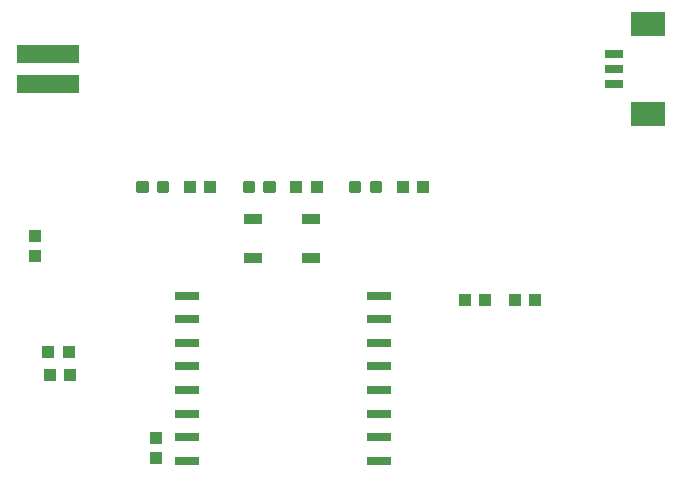
<source format=gbr>
G04 EAGLE Gerber RS-274X export*
G75*
%MOMM*%
%FSLAX34Y34*%
%LPD*%
%INSolderpaste Bottom*%
%IPPOS*%
%AMOC8*
5,1,8,0,0,1.08239X$1,22.5*%
G01*
%ADD10R,1.100000X1.000000*%
%ADD11C,0.300000*%
%ADD12R,1.500000X0.900000*%
%ADD13R,2.000000X0.800000*%
%ADD14R,1.000000X1.100000*%
%ADD15R,5.330000X1.650000*%
%ADD16R,3.000000X2.100000*%
%ADD17R,1.600000X0.800000*%


D10*
X111500Y280000D03*
X128500Y280000D03*
X201500Y280000D03*
X218500Y280000D03*
D11*
X92270Y283500D02*
X92270Y276500D01*
X85270Y276500D01*
X85270Y283500D01*
X92270Y283500D01*
X92270Y279350D02*
X85270Y279350D01*
X85270Y282200D02*
X92270Y282200D01*
X74730Y283500D02*
X74730Y276500D01*
X67730Y276500D01*
X67730Y283500D01*
X74730Y283500D01*
X74730Y279350D02*
X67730Y279350D01*
X67730Y282200D02*
X74730Y282200D01*
X182270Y283500D02*
X182270Y276500D01*
X175270Y276500D01*
X175270Y283500D01*
X182270Y283500D01*
X182270Y279350D02*
X175270Y279350D01*
X175270Y282200D02*
X182270Y282200D01*
X164730Y283500D02*
X164730Y276500D01*
X157730Y276500D01*
X157730Y283500D01*
X164730Y283500D01*
X164730Y279350D02*
X157730Y279350D01*
X157730Y282200D02*
X164730Y282200D01*
X272270Y283500D02*
X272270Y276500D01*
X265270Y276500D01*
X265270Y283500D01*
X272270Y283500D01*
X272270Y279350D02*
X265270Y279350D01*
X265270Y282200D02*
X272270Y282200D01*
X254730Y283500D02*
X254730Y276500D01*
X247730Y276500D01*
X247730Y283500D01*
X254730Y283500D01*
X254730Y279350D02*
X247730Y279350D01*
X247730Y282200D02*
X254730Y282200D01*
D12*
X213500Y252500D03*
X213500Y219500D03*
X164500Y252500D03*
X164500Y219500D03*
D13*
X109000Y48000D03*
X109000Y68000D03*
X109000Y88000D03*
X109000Y108000D03*
X109000Y128000D03*
X109000Y148000D03*
X109000Y168000D03*
X109000Y188000D03*
X271000Y188000D03*
X271000Y168000D03*
X271000Y148000D03*
X271000Y128000D03*
X271000Y108000D03*
X271000Y88000D03*
X271000Y68000D03*
X271000Y48000D03*
D14*
X83000Y67500D03*
X83000Y50500D03*
D15*
X-9100Y392700D03*
X-9100Y367300D03*
D16*
X499000Y418000D03*
D17*
X470000Y380000D03*
D16*
X499000Y342000D03*
D17*
X470000Y392500D03*
X470000Y367500D03*
D10*
X291500Y280000D03*
X308500Y280000D03*
X-8500Y140000D03*
X8500Y140000D03*
X-7500Y121000D03*
X9500Y121000D03*
X403500Y184000D03*
X386500Y184000D03*
X361500Y184000D03*
X344500Y184000D03*
D14*
X-20000Y221500D03*
X-20000Y238500D03*
M02*

</source>
